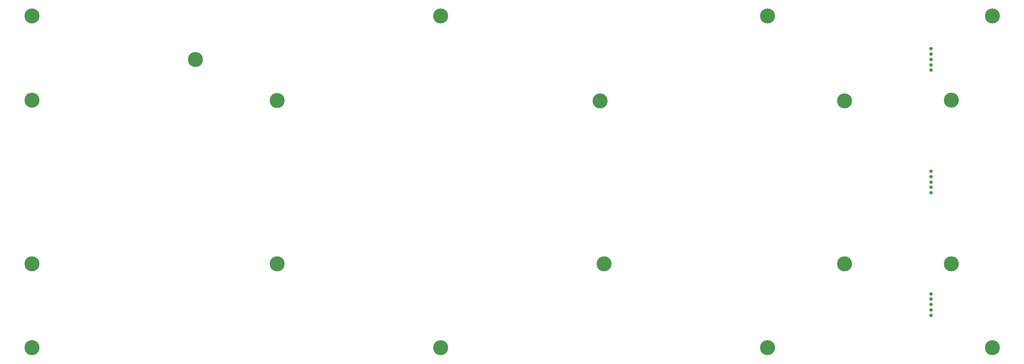
<source format=gbr>
G04 #@! TF.GenerationSoftware,KiCad,Pcbnew,(5.1.10-1-10_14)*
G04 #@! TF.CreationDate,2021-08-09T18:52:42-05:00*
G04 #@! TF.ProjectId,ori_bottom_plate,6f72695f-626f-4747-946f-6d5f706c6174,rev?*
G04 #@! TF.SameCoordinates,Original*
G04 #@! TF.FileFunction,Soldermask,Bot*
G04 #@! TF.FilePolarity,Negative*
%FSLAX46Y46*%
G04 Gerber Fmt 4.6, Leading zero omitted, Abs format (unit mm)*
G04 Created by KiCad (PCBNEW (5.1.10-1-10_14)) date 2021-08-09 18:52:42*
%MOMM*%
%LPD*%
G01*
G04 APERTURE LIST*
%ADD10C,3.500000*%
%ADD11C,0.800000*%
G04 APERTURE END LIST*
D10*
X389361002Y-117264265D03*
X389361002Y-39873575D03*
X336973458Y-117264265D03*
X336973458Y-39873575D03*
X260773394Y-117264265D03*
X260773394Y-39873575D03*
X165523314Y-117264265D03*
X165523314Y-39873575D03*
X379836330Y-97659743D03*
X379836330Y-59518840D03*
D11*
X375048450Y-52493800D03*
X375048450Y-51243800D03*
X375048450Y-47493800D03*
X375048450Y-48743800D03*
X375048450Y-49993800D03*
X375048450Y-109656700D03*
X375048450Y-108406700D03*
X375048450Y-104656700D03*
X375048450Y-105906700D03*
X375048450Y-107156700D03*
X375048450Y-81081580D03*
X375048450Y-79831580D03*
X375048450Y-76081580D03*
X375048450Y-77331580D03*
X375048450Y-78581580D03*
D10*
X203623090Y-49993800D03*
X354920000Y-97660000D03*
X354920000Y-59660000D03*
X298848130Y-97631660D03*
X297920000Y-59660000D03*
X222647810Y-97631660D03*
X222647810Y-59531500D03*
X165523314Y-59518904D03*
X165497570Y-97631660D03*
M02*

</source>
